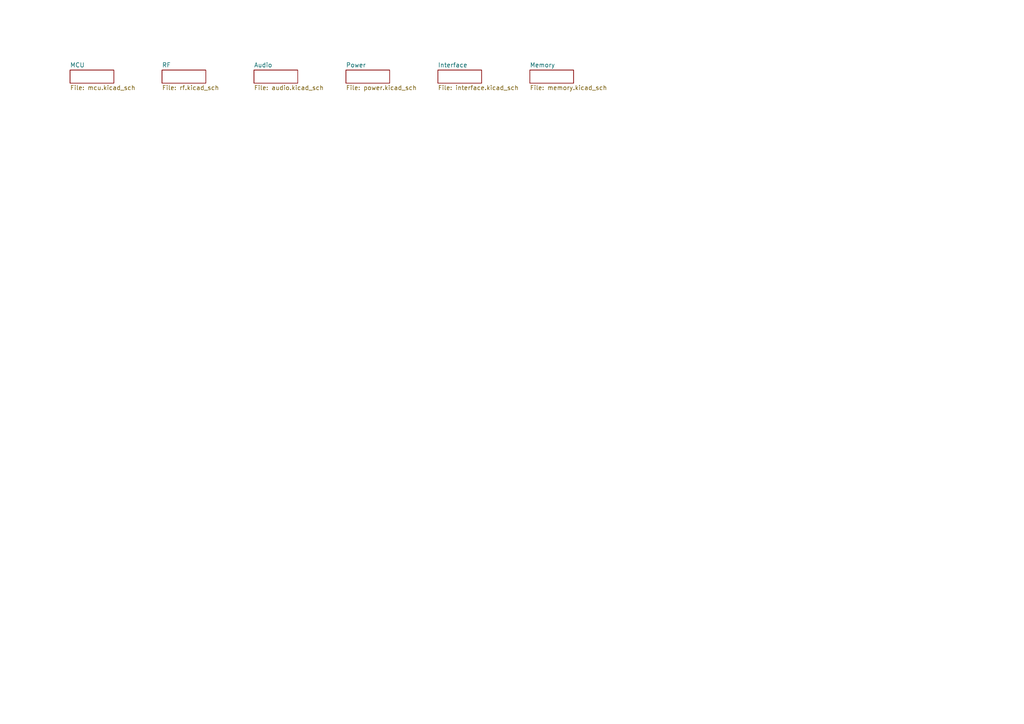
<source format=kicad_sch>
(kicad_sch (version 20211123) (generator eeschema)

  (uuid c89c6552-5574-4959-bcaf-f05dfde21961)

  (paper "A4")

  (title_block
    (title "Mini17 - QRP M17 handheld")
    (date "2022-07-25")
    (rev "A")
    (company "M17 Project")
  )

  (lib_symbols
  )


  (sheet (at 73.66 20.32) (size 12.7 3.81) (fields_autoplaced)
    (stroke (width 0.1524) (type solid) (color 0 0 0 0))
    (fill (color 0 0 0 0.0000))
    (uuid 1979e0c1-fbd2-4bd5-8ca6-afad457ad1a1)
    (property "Sheet name" "Audio" (id 0) (at 73.66 19.6084 0)
      (effects (font (size 1.27 1.27)) (justify left bottom))
    )
    (property "Sheet file" "audio.kicad_sch" (id 1) (at 73.66 24.7146 0)
      (effects (font (size 1.27 1.27)) (justify left top))
    )
  )

  (sheet (at 20.32 20.32) (size 12.7 3.81) (fields_autoplaced)
    (stroke (width 0.1524) (type solid) (color 0 0 0 0))
    (fill (color 0 0 0 0.0000))
    (uuid 6d43a1c1-46f0-4f1d-aad5-536070559a43)
    (property "Sheet name" "MCU" (id 0) (at 20.32 19.6084 0)
      (effects (font (size 1.27 1.27)) (justify left bottom))
    )
    (property "Sheet file" "mcu.kicad_sch" (id 1) (at 20.32 24.7146 0)
      (effects (font (size 1.27 1.27)) (justify left top))
    )
  )

  (sheet (at 100.33 20.32) (size 12.7 3.81) (fields_autoplaced)
    (stroke (width 0.1524) (type solid) (color 0 0 0 0))
    (fill (color 0 0 0 0.0000))
    (uuid 783e439c-d59f-49a9-9d7c-3d3038e86484)
    (property "Sheet name" "Power" (id 0) (at 100.33 19.6084 0)
      (effects (font (size 1.27 1.27)) (justify left bottom))
    )
    (property "Sheet file" "power.kicad_sch" (id 1) (at 100.33 24.7146 0)
      (effects (font (size 1.27 1.27)) (justify left top))
    )
  )

  (sheet (at 127 20.32) (size 12.7 3.81) (fields_autoplaced)
    (stroke (width 0.1524) (type solid) (color 0 0 0 0))
    (fill (color 0 0 0 0.0000))
    (uuid b6581e89-a414-4009-a0cf-0863542e0fb3)
    (property "Sheet name" "Interface" (id 0) (at 127 19.6084 0)
      (effects (font (size 1.27 1.27)) (justify left bottom))
    )
    (property "Sheet file" "interface.kicad_sch" (id 1) (at 127 24.7146 0)
      (effects (font (size 1.27 1.27)) (justify left top))
    )
  )

  (sheet (at 153.67 20.32) (size 12.7 3.81) (fields_autoplaced)
    (stroke (width 0.1524) (type solid) (color 0 0 0 0))
    (fill (color 0 0 0 0.0000))
    (uuid d43e502f-6417-4b14-8c38-2f1c3245a34a)
    (property "Sheet name" "Memory" (id 0) (at 153.67 19.6084 0)
      (effects (font (size 1.27 1.27)) (justify left bottom))
    )
    (property "Sheet file" "memory.kicad_sch" (id 1) (at 153.67 24.7146 0)
      (effects (font (size 1.27 1.27)) (justify left top))
    )
  )

  (sheet (at 46.99 20.32) (size 12.7 3.81) (fields_autoplaced)
    (stroke (width 0.1524) (type solid) (color 0 0 0 0))
    (fill (color 0 0 0 0.0000))
    (uuid f4521ef1-9a41-474d-b880-30e1e54c8ecb)
    (property "Sheet name" "RF" (id 0) (at 46.99 19.6084 0)
      (effects (font (size 1.27 1.27)) (justify left bottom))
    )
    (property "Sheet file" "rf.kicad_sch" (id 1) (at 46.99 24.7146 0)
      (effects (font (size 1.27 1.27)) (justify left top))
    )
  )

  (sheet_instances
    (path "/" (page "1"))
    (path "/6d43a1c1-46f0-4f1d-aad5-536070559a43" (page "2"))
    (path "/f4521ef1-9a41-474d-b880-30e1e54c8ecb" (page "3"))
    (path "/1979e0c1-fbd2-4bd5-8ca6-afad457ad1a1" (page "4"))
    (path "/783e439c-d59f-49a9-9d7c-3d3038e86484" (page "5"))
    (path "/b6581e89-a414-4009-a0cf-0863542e0fb3" (page "6"))
    (path "/d43e502f-6417-4b14-8c38-2f1c3245a34a" (page "7"))
  )

  (symbol_instances
    (path "/6d43a1c1-46f0-4f1d-aad5-536070559a43/14194147-97ca-4c8e-95d5-e4f608db1285"
      (reference "#PWR01") (unit 1) (value "GND") (footprint "")
    )
    (path "/6d43a1c1-46f0-4f1d-aad5-536070559a43/862eddca-ef98-4923-b560-eb0bbc930ead"
      (reference "#PWR02") (unit 1) (value "GND") (footprint "")
    )
    (path "/6d43a1c1-46f0-4f1d-aad5-536070559a43/25688d2f-3043-4ee8-a345-00a8b2338f9a"
      (reference "#PWR03") (unit 1) (value "GND") (footprint "")
    )
    (path "/6d43a1c1-46f0-4f1d-aad5-536070559a43/59738053-8bca-491a-b15a-9fafb6e8c77c"
      (reference "#PWR04") (unit 1) (value "GND") (footprint "")
    )
    (path "/6d43a1c1-46f0-4f1d-aad5-536070559a43/72bfa85b-7bc2-4fa5-96b5-90378377faaa"
      (reference "#PWR05") (unit 1) (value "GND") (footprint "")
    )
    (path "/6d43a1c1-46f0-4f1d-aad5-536070559a43/055e135f-5146-4e2a-92e2-6fb016a4cac5"
      (reference "#PWR06") (unit 1) (value "GND") (footprint "")
    )
    (path "/6d43a1c1-46f0-4f1d-aad5-536070559a43/c25efbdd-bef9-4d07-86b0-fb4870e3b4f7"
      (reference "#PWR07") (unit 1) (value "GND") (footprint "")
    )
    (path "/6d43a1c1-46f0-4f1d-aad5-536070559a43/79a35f98-0f9f-40fd-aaaf-6cfe53415dcb"
      (reference "#PWR08") (unit 1) (value "VDDA") (footprint "")
    )
    (path "/6d43a1c1-46f0-4f1d-aad5-536070559a43/dc1c2718-7b9c-42e2-aa73-66ee8bdd5b03"
      (reference "#PWR09") (unit 1) (value "GND") (footprint "")
    )
    (path "/6d43a1c1-46f0-4f1d-aad5-536070559a43/9e970952-ca4f-47fd-8dec-946b3d5b48d9"
      (reference "#PWR010") (unit 1) (value "RTC_BAT") (footprint "")
    )
    (path "/6d43a1c1-46f0-4f1d-aad5-536070559a43/a46722c7-4cb2-4c31-96e5-f957ebfcd5b8"
      (reference "#PWR011") (unit 1) (value "VDD") (footprint "")
    )
    (path "/6d43a1c1-46f0-4f1d-aad5-536070559a43/5734639f-72f8-4df1-8ef7-87a4db83524e"
      (reference "#PWR012") (unit 1) (value "VDDA") (footprint "")
    )
    (path "/f4521ef1-9a41-474d-b880-30e1e54c8ecb/3f58cd2e-f759-4927-83e8-d5b131dfcf54"
      (reference "#PWR013") (unit 1) (value "GND") (footprint "")
    )
    (path "/f4521ef1-9a41-474d-b880-30e1e54c8ecb/0b104ec2-93a3-491e-84af-d58bf020cde9"
      (reference "#PWR014") (unit 1) (value "GND") (footprint "")
    )
    (path "/f4521ef1-9a41-474d-b880-30e1e54c8ecb/a13e053a-0328-4a75-a675-3c04fa347fa9"
      (reference "#PWR015") (unit 1) (value "GND") (footprint "")
    )
    (path "/f4521ef1-9a41-474d-b880-30e1e54c8ecb/b749aec0-0a79-41df-b573-023ddace3f35"
      (reference "#PWR016") (unit 1) (value "GND") (footprint "")
    )
    (path "/f4521ef1-9a41-474d-b880-30e1e54c8ecb/d2c1c415-99e6-416f-af1b-58d4f18e7257"
      (reference "#PWR017") (unit 1) (value "GND") (footprint "")
    )
    (path "/f4521ef1-9a41-474d-b880-30e1e54c8ecb/f5c7171f-7c0e-49db-8319-8d702c3e95c9"
      (reference "#PWR018") (unit 1) (value "GND") (footprint "")
    )
    (path "/f4521ef1-9a41-474d-b880-30e1e54c8ecb/b6000bd5-ac6c-4ee8-ac0f-099d5942e3bd"
      (reference "#PWR019") (unit 1) (value "GND") (footprint "")
    )
    (path "/f4521ef1-9a41-474d-b880-30e1e54c8ecb/d4c89ae8-3ba1-430f-b375-05c7ee4bee50"
      (reference "#PWR020") (unit 1) (value "GND") (footprint "")
    )
    (path "/f4521ef1-9a41-474d-b880-30e1e54c8ecb/aa763c60-325a-4b85-a424-6c6eda8515d7"
      (reference "#PWR021") (unit 1) (value "GND") (footprint "")
    )
    (path "/f4521ef1-9a41-474d-b880-30e1e54c8ecb/ca535128-48d5-40ac-aaad-7f465b1ba9bb"
      (reference "#PWR022") (unit 1) (value "GND") (footprint "")
    )
    (path "/f4521ef1-9a41-474d-b880-30e1e54c8ecb/b87ce379-ca35-4d69-be27-eecf61addfa9"
      (reference "#PWR023") (unit 1) (value "VDD") (footprint "")
    )
    (path "/f4521ef1-9a41-474d-b880-30e1e54c8ecb/3f9f9e31-fe62-4e18-b794-9b6de58c9303"
      (reference "#PWR024") (unit 1) (value "GND") (footprint "")
    )
    (path "/f4521ef1-9a41-474d-b880-30e1e54c8ecb/f0f65818-e52f-4c91-b319-79f4ee1cfdef"
      (reference "#PWR025") (unit 1) (value "GND") (footprint "")
    )
    (path "/f4521ef1-9a41-474d-b880-30e1e54c8ecb/631a8c14-c385-402e-a441-8d3b796c9cde"
      (reference "#PWR026") (unit 1) (value "VDD") (footprint "")
    )
    (path "/f4521ef1-9a41-474d-b880-30e1e54c8ecb/cee95a07-3465-46f1-b4cc-4251180f6099"
      (reference "#PWR027") (unit 1) (value "VDD") (footprint "")
    )
    (path "/f4521ef1-9a41-474d-b880-30e1e54c8ecb/c6f05710-b65f-47a3-aee8-786eaa822023"
      (reference "#PWR028") (unit 1) (value "GND") (footprint "")
    )
    (path "/f4521ef1-9a41-474d-b880-30e1e54c8ecb/6dbe0734-3e6a-4970-afcf-6b8f9b007a73"
      (reference "#PWR029") (unit 1) (value "GND") (footprint "")
    )
    (path "/f4521ef1-9a41-474d-b880-30e1e54c8ecb/a284a862-9dff-4804-9942-a66642c38ca2"
      (reference "#PWR030") (unit 1) (value "GND") (footprint "")
    )
    (path "/f4521ef1-9a41-474d-b880-30e1e54c8ecb/a72e5997-e91a-4714-b6de-fd409834172e"
      (reference "#PWR031") (unit 1) (value "GND") (footprint "")
    )
    (path "/f4521ef1-9a41-474d-b880-30e1e54c8ecb/6df29dd5-178c-430f-9764-e2c911d43ddb"
      (reference "#PWR032") (unit 1) (value "GND") (footprint "")
    )
    (path "/f4521ef1-9a41-474d-b880-30e1e54c8ecb/86b123b6-8a76-4886-b835-620841d9dac6"
      (reference "#PWR033") (unit 1) (value "GND") (footprint "")
    )
    (path "/f4521ef1-9a41-474d-b880-30e1e54c8ecb/974e6ebc-47e4-4f96-afc5-ce1b5fa5612b"
      (reference "#PWR034") (unit 1) (value "GND") (footprint "")
    )
    (path "/f4521ef1-9a41-474d-b880-30e1e54c8ecb/2d8d393c-cbc6-4427-9671-c9018073aa6e"
      (reference "#PWR035") (unit 1) (value "GND") (footprint "")
    )
    (path "/f4521ef1-9a41-474d-b880-30e1e54c8ecb/672f2653-3d58-4108-bb36-96cb2e6d92b1"
      (reference "#PWR036") (unit 1) (value "GND") (footprint "")
    )
    (path "/f4521ef1-9a41-474d-b880-30e1e54c8ecb/572a6c1b-709b-4b4f-b9bd-0a6765dabe3c"
      (reference "#PWR037") (unit 1) (value "GND") (footprint "")
    )
    (path "/f4521ef1-9a41-474d-b880-30e1e54c8ecb/f809ef66-fa7b-409a-8329-37b9edecb6f7"
      (reference "#PWR038") (unit 1) (value "GND") (footprint "")
    )
    (path "/f4521ef1-9a41-474d-b880-30e1e54c8ecb/baf3ed48-ba40-4bc5-996a-f72d970b177f"
      (reference "#PWR039") (unit 1) (value "GND") (footprint "")
    )
    (path "/f4521ef1-9a41-474d-b880-30e1e54c8ecb/2a6d6d00-2d3e-4c1a-ac50-be446028ea1f"
      (reference "#PWR040") (unit 1) (value "GND") (footprint "")
    )
    (path "/1979e0c1-fbd2-4bd5-8ca6-afad457ad1a1/c9922c05-27ec-479f-8624-f9db6c167b4f"
      (reference "#PWR041") (unit 1) (value "GND") (footprint "")
    )
    (path "/1979e0c1-fbd2-4bd5-8ca6-afad457ad1a1/78473da6-6146-4488-a7d6-c5bd13194c0d"
      (reference "#PWR042") (unit 1) (value "GND") (footprint "")
    )
    (path "/1979e0c1-fbd2-4bd5-8ca6-afad457ad1a1/3e5c8b09-038c-4e0b-bca9-b25aba627328"
      (reference "#PWR043") (unit 1) (value "GND") (footprint "")
    )
    (path "/1979e0c1-fbd2-4bd5-8ca6-afad457ad1a1/0a542425-48d5-4bab-9a53-c085e643332a"
      (reference "#PWR044") (unit 1) (value "+5V") (footprint "")
    )
    (path "/1979e0c1-fbd2-4bd5-8ca6-afad457ad1a1/fc9b03b6-b19d-41ac-9b98-fe247a5e1479"
      (reference "#PWR045") (unit 1) (value "GND") (footprint "")
    )
    (path "/1979e0c1-fbd2-4bd5-8ca6-afad457ad1a1/b47ccc47-66b1-44c2-9f4f-50b589277493"
      (reference "#PWR046") (unit 1) (value "GND") (footprint "")
    )
    (path "/1979e0c1-fbd2-4bd5-8ca6-afad457ad1a1/56ba12fc-7a67-41fd-832a-89eeea1cbd1d"
      (reference "#PWR047") (unit 1) (value "+5V") (footprint "")
    )
    (path "/1979e0c1-fbd2-4bd5-8ca6-afad457ad1a1/5dc05c55-1e95-4341-90cd-d76a74fe9cdf"
      (reference "#PWR048") (unit 1) (value "GND") (footprint "")
    )
    (path "/783e439c-d59f-49a9-9d7c-3d3038e86484/93e7c2dd-d08b-4a9e-8389-4fd0c559d9c1"
      (reference "#PWR049") (unit 1) (value "VDD") (footprint "")
    )
    (path "/783e439c-d59f-49a9-9d7c-3d3038e86484/26d3c849-e42c-4772-a390-a9f1068f0aa6"
      (reference "#PWR050") (unit 1) (value "GND") (footprint "")
    )
    (path "/783e439c-d59f-49a9-9d7c-3d3038e86484/d569c716-c66a-4d28-b75c-9486243fb845"
      (reference "#PWR051") (unit 1) (value "GND") (footprint "")
    )
    (path "/783e439c-d59f-49a9-9d7c-3d3038e86484/0bcb1c1c-5c2c-4960-b051-ee013e40d3d9"
      (reference "#PWR052") (unit 1) (value "MAIN_BAT") (footprint "")
    )
    (path "/783e439c-d59f-49a9-9d7c-3d3038e86484/13cf0cba-1228-483b-9d3c-a785d81d03c1"
      (reference "#PWR053") (unit 1) (value "GND") (footprint "")
    )
    (path "/783e439c-d59f-49a9-9d7c-3d3038e86484/8e41f5da-da1a-4aa7-a10f-8aefff1ce9a9"
      (reference "#PWR054") (unit 1) (value "GND") (footprint "")
    )
    (path "/783e439c-d59f-49a9-9d7c-3d3038e86484/da1750f1-4bd6-46d8-b1c9-4d9724a737be"
      (reference "#PWR055") (unit 1) (value "GND") (footprint "")
    )
    (path "/783e439c-d59f-49a9-9d7c-3d3038e86484/5adfe736-fa72-4dde-8a3d-d5fae93ab583"
      (reference "#PWR056") (unit 1) (value "GND") (footprint "")
    )
    (path "/783e439c-d59f-49a9-9d7c-3d3038e86484/134dd23b-0960-4517-a535-d767fb83fab5"
      (reference "#PWR057") (unit 1) (value "GND") (footprint "")
    )
    (path "/783e439c-d59f-49a9-9d7c-3d3038e86484/8921d6c9-5bef-4073-a5b8-7f4bacb4784c"
      (reference "#PWR058") (unit 1) (value "GND") (footprint "")
    )
    (path "/783e439c-d59f-49a9-9d7c-3d3038e86484/31224896-51f9-4e1a-826f-a681c4bf945b"
      (reference "#PWR059") (unit 1) (value "GND") (footprint "")
    )
    (path "/783e439c-d59f-49a9-9d7c-3d3038e86484/fb1f2d67-183b-4056-a601-5c76542e88e0"
      (reference "#PWR060") (unit 1) (value "GND") (footprint "")
    )
    (path "/783e439c-d59f-49a9-9d7c-3d3038e86484/29ca5382-6599-4ff5-9fe9-9d8496a1be6d"
      (reference "#PWR061") (unit 1) (value "GND") (footprint "")
    )
    (path "/783e439c-d59f-49a9-9d7c-3d3038e86484/eb95d223-0e75-4bcf-9d3d-d4a2e02acc6a"
      (reference "#PWR062") (unit 1) (value "GND") (footprint "")
    )
    (path "/783e439c-d59f-49a9-9d7c-3d3038e86484/1cd0fada-1622-404d-a501-3e87c148b541"
      (reference "#PWR063") (unit 1) (value "GND") (footprint "")
    )
    (path "/783e439c-d59f-49a9-9d7c-3d3038e86484/fa55f35a-1b8b-47a9-beb3-955e947e57d6"
      (reference "#PWR064") (unit 1) (value "VDD") (footprint "")
    )
    (path "/783e439c-d59f-49a9-9d7c-3d3038e86484/32764c82-1761-487c-904c-7a585e4a9f49"
      (reference "#PWR065") (unit 1) (value "GND") (footprint "")
    )
    (path "/783e439c-d59f-49a9-9d7c-3d3038e86484/1824a634-664e-4620-9a5d-1d125faf9006"
      (reference "#PWR066") (unit 1) (value "GND") (footprint "")
    )
    (path "/783e439c-d59f-49a9-9d7c-3d3038e86484/e501b4b9-a79d-452d-8241-2575b6772ecc"
      (reference "#PWR067") (unit 1) (value "GND") (footprint "")
    )
    (path "/783e439c-d59f-49a9-9d7c-3d3038e86484/b343e20a-fc79-4502-8d7b-8067d9601ef9"
      (reference "#PWR068") (unit 1) (value "GND") (footprint "")
    )
    (path "/783e439c-d59f-49a9-9d7c-3d3038e86484/1f7c056d-e623-42bd-b7d3-c03dd1eabb59"
      (reference "#PWR069") (unit 1) (value "GND") (footprint "")
    )
    (path "/783e439c-d59f-49a9-9d7c-3d3038e86484/8a05e384-04fe-4c57-a860-c328c51fdfd3"
      (reference "#PWR070") (unit 1) (value "GND") (footprint "")
    )
    (path "/783e439c-d59f-49a9-9d7c-3d3038e86484/efaa448d-912c-4934-a0fb-d7e90e77cc0a"
      (reference "#PWR071") (unit 1) (value "GND") (footprint "")
    )
    (path "/783e439c-d59f-49a9-9d7c-3d3038e86484/aaff0871-86a0-4421-a1a6-5395d12d2660"
      (reference "#PWR072") (unit 1) (value "VDDA") (footprint "")
    )
    (path "/783e439c-d59f-49a9-9d7c-3d3038e86484/f5227453-e318-4338-992d-a3885646aa42"
      (reference "#PWR073") (unit 1) (value "GND") (footprint "")
    )
    (path "/783e439c-d59f-49a9-9d7c-3d3038e86484/d39bacfb-19ac-4095-b8db-b7e58d4cd16c"
      (reference "#PWR074") (unit 1) (value "GND") (footprint "")
    )
    (path "/783e439c-d59f-49a9-9d7c-3d3038e86484/fada32fe-697d-4810-abd2-1ed88836a397"
      (reference "#PWR075") (unit 1) (value "+5V") (footprint "")
    )
    (path "/783e439c-d59f-49a9-9d7c-3d3038e86484/61091cc3-4149-41d7-9771-940fb0c6bffa"
      (reference "#PWR076") (unit 1) (value "GND") (footprint "")
    )
    (path "/783e439c-d59f-49a9-9d7c-3d3038e86484/7b49d309-e828-4024-9802-db48df00c8ed"
      (reference "#PWR077") (unit 1) (value "GND") (footprint "")
    )
    (path "/783e439c-d59f-49a9-9d7c-3d3038e86484/9862276b-187b-4546-8c2a-49e983f0d1d9"
      (reference "#PWR078") (unit 1) (value "+5V") (footprint "")
    )
    (path "/783e439c-d59f-49a9-9d7c-3d3038e86484/1fea36bc-c33d-4d80-bd75-dc93ebe6ae70"
      (reference "#PWR079") (unit 1) (value "GND") (footprint "")
    )
    (path "/783e439c-d59f-49a9-9d7c-3d3038e86484/b6c043ea-a285-47e9-8e43-8ef0f904db1a"
      (reference "#PWR080") (unit 1) (value "VDDA") (footprint "")
    )
    (path "/783e439c-d59f-49a9-9d7c-3d3038e86484/0f8a5718-748d-4110-8ce3-608d664f8031"
      (reference "#PWR081") (unit 1) (value "GND") (footprint "")
    )
    (path "/783e439c-d59f-49a9-9d7c-3d3038e86484/a1db5b38-8aa5-44f1-b977-4fe89e5d4174"
      (reference "#PWR082") (unit 1) (value "GND") (footprint "")
    )
    (path "/783e439c-d59f-49a9-9d7c-3d3038e86484/15648972-527a-4f64-859d-38966127a1fb"
      (reference "#PWR083") (unit 1) (value "GND") (footprint "")
    )
    (path "/783e439c-d59f-49a9-9d7c-3d3038e86484/a7090bf6-77d3-46a1-a655-f7b19d137e53"
      (reference "#PWR084") (unit 1) (value "RTC_BAT") (footprint "")
    )
    (path "/783e439c-d59f-49a9-9d7c-3d3038e86484/e3e53590-c522-4010-b039-12a8ac7ba103"
      (reference "#PWR085") (unit 1) (value "GND") (footprint "")
    )
    (path "/783e439c-d59f-49a9-9d7c-3d3038e86484/29d9aec9-0079-4d74-87d4-1402f8584ea5"
      (reference "#PWR086") (unit 1) (value "GND") (footprint "")
    )
    (path "/783e439c-d59f-49a9-9d7c-3d3038e86484/499b9fa0-5e72-4bb4-b721-f600f710e53e"
      (reference "#PWR087") (unit 1) (value "GND") (footprint "")
    )
    (path "/783e439c-d59f-49a9-9d7c-3d3038e86484/a94c62d3-1c31-4177-ab25-5f6612f913e2"
      (reference "#PWR088") (unit 1) (value "VDD") (footprint "")
    )
    (path "/783e439c-d59f-49a9-9d7c-3d3038e86484/af171a87-5724-4e48-981e-54a24bec5b73"
      (reference "#PWR089") (unit 1) (value "+5V") (footprint "")
    )
    (path "/783e439c-d59f-49a9-9d7c-3d3038e86484/7806dca2-809c-4834-861e-94bde64566ae"
      (reference "#PWR090") (unit 1) (value "VDD") (footprint "")
    )
    (path "/783e439c-d59f-49a9-9d7c-3d3038e86484/a4ff444b-863f-412d-b23d-9f26e21ded6c"
      (reference "#PWR091") (unit 1) (value "GND") (footprint "")
    )
    (path "/783e439c-d59f-49a9-9d7c-3d3038e86484/eb790bd2-6636-4319-a3c2-3b90999eef57"
      (reference "#PWR092") (unit 1) (value "VDD") (footprint "")
    )
    (path "/783e439c-d59f-49a9-9d7c-3d3038e86484/2e601225-846f-4458-85e6-b264f4f3dbb1"
      (reference "#PWR093") (unit 1) (value "GND") (footprint "")
    )
    (path "/783e439c-d59f-49a9-9d7c-3d3038e86484/5433562e-3ae6-419b-b5ef-d08e06d2ea95"
      (reference "#PWR094") (unit 1) (value "MAIN_BAT") (footprint "")
    )
    (path "/783e439c-d59f-49a9-9d7c-3d3038e86484/fc499872-e006-43f8-8f0d-f2d0ad477fc6"
      (reference "#PWR095") (unit 1) (value "GND") (footprint "")
    )
    (path "/b6581e89-a414-4009-a0cf-0863542e0fb3/8d5c768f-dfb6-40f6-8546-9f96f7adadb3"
      (reference "#PWR096") (unit 1) (value "GND") (footprint "")
    )
    (path "/b6581e89-a414-4009-a0cf-0863542e0fb3/572e6ad9-ae0d-4c90-8da1-5b91f8b180f5"
      (reference "#PWR097") (unit 1) (value "GND") (footprint "")
    )
    (path "/b6581e89-a414-4009-a0cf-0863542e0fb3/b55edaac-acc7-4821-97cf-00141881a062"
      (reference "#PWR098") (unit 1) (value "VDD") (footprint "")
    )
    (path "/b6581e89-a414-4009-a0cf-0863542e0fb3/8a66fa5c-e6a3-40f1-a589-2967c0e51164"
      (reference "#PWR099") (unit 1) (value "GND") (footprint "")
    )
    (path "/b6581e89-a414-4009-a0cf-0863542e0fb3/c5f1d764-d039-4e13-9eeb-3c49c043e79f"
      (reference "#PWR0100") (unit 1) (value "GND") (footprint "")
    )
    (path "/b6581e89-a414-4009-a0cf-0863542e0fb3/97f40019-46ea-4a99-a826-4204a6f138bc"
      (reference "#PWR0101") (unit 1) (value "+5V") (footprint "")
    )
    (path "/b6581e89-a414-4009-a0cf-0863542e0fb3/321f4e5d-c696-441d-bb66-e71d80cb7c6a"
      (reference "#PWR0102") (unit 1) (value "GND") (footprint "")
    )
    (path "/b6581e89-a414-4009-a0cf-0863542e0fb3/2c12e165-8949-4cf5-b4b0-acc6e43ab859"
      (reference "#PWR0103") (unit 1) (value "+5V") (footprint "")
    )
    (path "/b6581e89-a414-4009-a0cf-0863542e0fb3/a0d2b3f0-53a1-42d4-82c0-3881d93a8dd4"
      (reference "#PWR0104") (unit 1) (value "VDD") (footprint "")
    )
    (path "/b6581e89-a414-4009-a0cf-0863542e0fb3/0a99226d-1a40-4203-96b8-799325151749"
      (reference "#PWR0105") (unit 1) (value "VDD") (footprint "")
    )
    (path "/b6581e89-a414-4009-a0cf-0863542e0fb3/dd090c7d-5370-472a-bd63-1431c2f9b8c8"
      (reference "#PWR0106") (unit 1) (value "GND") (footprint "")
    )
    (path "/b6581e89-a414-4009-a0cf-0863542e0fb3/97432d36-95e3-458e-9565-d14b23a38edf"
      (reference "#PWR0107") (unit 1) (value "VDD") (footprint "")
    )
    (path "/b6581e89-a414-4009-a0cf-0863542e0fb3/8b6215db-0152-464f-adc6-a5be3bd6b241"
      (reference "#PWR0108") (unit 1) (value "GND") (footprint "")
    )
    (path "/b6581e89-a414-4009-a0cf-0863542e0fb3/93abdc8f-60f2-4cbd-b015-5c7904dd4d6a"
      (reference "#PWR0109") (unit 1) (value "GND") (footprint "")
    )
    (path "/d43e502f-6417-4b14-8c38-2f1c3245a34a/3f7e85bb-cc21-4084-968b-6e69ee9a167d"
      (reference "#PWR0110") (unit 1) (value "VDD") (footprint "")
    )
    (path "/d43e502f-6417-4b14-8c38-2f1c3245a34a/fcc52589-1302-4ed0-969f-6b8933a12f9b"
      (reference "#PWR0111") (unit 1) (value "GND") (footprint "")
    )
    (path "/d43e502f-6417-4b14-8c38-2f1c3245a34a/5132f987-2f86-4fa4-bdc9-3c3ecd4f0348"
      (reference "#PWR0112") (unit 1) (value "VDD") (footprint "")
    )
    (path "/d43e502f-6417-4b14-8c38-2f1c3245a34a/48828fcd-9685-43f2-ad7c-3e7d4c6be57d"
      (reference "#PWR0113") (unit 1) (value "GND") (footprint "")
    )
    (path "/d43e502f-6417-4b14-8c38-2f1c3245a34a/11cc635a-6a72-4864-b29f-4d07f1c0567d"
      (reference "#PWR0114") (unit 1) (value "VDD") (footprint "")
    )
    (path "/d43e502f-6417-4b14-8c38-2f1c3245a34a/0664d076-da05-4f8e-9259-f07c7e349dac"
      (reference "#PWR0115") (unit 1) (value "GND") (footprint "")
    )
    (path "/d43e502f-6417-4b14-8c38-2f1c3245a34a/751fe4fb-26b9-4843-8ea6-0a220dc37e71"
      (reference "#PWR0116") (unit 1) (value "GND") (footprint "")
    )
    (path "/b6581e89-a414-4009-a0cf-0863542e0fb3/91e6d1ed-ea39-4816-84bf-fc8d500ea956"
      (reference "#PWR?") (unit 1) (value "GND") (footprint "")
    )
    (path "/b6581e89-a414-4009-a0cf-0863542e0fb3/e6ee9610-bfc0-4869-aa0c-d9ea91abeea1"
      (reference "#PWR?") (unit 1) (value "VDD") (footprint "")
    )
    (path "/783e439c-d59f-49a9-9d7c-3d3038e86484/1a03a136-8ce6-4034-95ce-b5669a2f56cc"
      (reference "BT1") (unit 1) (value "Coin") (footprint "Battery:BatteryHolder_Keystone_3000_1x12mm")
    )
    (path "/6d43a1c1-46f0-4f1d-aad5-536070559a43/93a0ce5b-2444-451d-a2ea-d811d5ebca16"
      (reference "C1") (unit 1) (value "12p") (footprint "pkl_dipol:C_0603")
    )
    (path "/6d43a1c1-46f0-4f1d-aad5-536070559a43/6e9a89bc-e427-4031-b82a-13d0cde73719"
      (reference "C2") (unit 1) (value "12p") (footprint "pkl_dipol:C_0603")
    )
    (path "/6d43a1c1-46f0-4f1d-aad5-536070559a43/f01e5ef1-de56-4fc1-9b9c-739455a02cc4"
      (reference "C3") (unit 1) (value "12p") (footprint "Capacitor_SMD:C_0402_1005Metric")
    )
    (path "/6d43a1c1-46f0-4f1d-aad5-536070559a43/a6bb9992-3539-483e-96bd-667cd1131f40"
      (reference "C4") (unit 1) (value "12p") (footprint "Capacitor_SMD:C_0402_1005Metric")
    )
    (path "/6d43a1c1-46f0-4f1d-aad5-536070559a43/6ce26277-0375-4715-9cc5-aa2c7664a98e"
      (reference "C5") (unit 1) (value "2u2") (footprint "Capacitor_SMD:C_0402_1005Metric")
    )
    (path "/6d43a1c1-46f0-4f1d-aad5-536070559a43/b601e6bf-574d-433c-9c7a-9993939b57c8"
      (reference "C6") (unit 1) (value "2u2") (footprint "Capacitor_SMD:C_0402_1005Metric")
    )
    (path "/f4521ef1-9a41-474d-b880-30e1e54c8ecb/f1c5b14f-b093-4834-85c7-e629cf31e57c"
      (reference "C7") (unit 1) (value "12p") (footprint "Capacitor_SMD:C_0402_1005Metric")
    )
    (path "/f4521ef1-9a41-474d-b880-30e1e54c8ecb/9e0b78ce-7eda-4f11-a937-067ade52d97a"
      (reference "C8") (unit 1) (value "12p") (footprint "Capacitor_SMD:C_0402_1005Metric")
    )
    (path "/f4521ef1-9a41-474d-b880-30e1e54c8ecb/c19b4984-cf30-49d8-8ce2-aa5307861f7a"
      (reference "C9") (unit 1) (value "5.1p") (footprint "Capacitor_SMD:C_0402_1005Metric")
    )
    (path "/f4521ef1-9a41-474d-b880-30e1e54c8ecb/a41768d7-ce61-4407-b3f0-1eb7e0a3ca3f"
      (reference "C10") (unit 1) (value "5.1p") (footprint "Capacitor_SMD:C_0402_1005Metric")
    )
    (path "/f4521ef1-9a41-474d-b880-30e1e54c8ecb/e0885f55-06ac-4552-abf2-f87721b48b28"
      (reference "C11") (unit 1) (value "39p") (footprint "Capacitor_SMD:C_0402_1005Metric")
    )
    (path "/f4521ef1-9a41-474d-b880-30e1e54c8ecb/b8c4152b-d6f3-4f7a-ba92-ff914c6e5a3c"
      (reference "C12") (unit 1) (value "1.5n") (footprint "Capacitor_SMD:C_0402_1005Metric")
    )
    (path "/f4521ef1-9a41-474d-b880-30e1e54c8ecb/939448e7-3376-4c85-8ceb-698c015c8f56"
      (reference "C13") (unit 1) (value "2.2p") (footprint "Capacitor_SMD:C_0402_1005Metric")
    )
    (path "/f4521ef1-9a41-474d-b880-30e1e54c8ecb/8202e5c4-27a2-4a9f-ac85-f22ba03cf862"
      (reference "C14") (unit 1) (value "56p") (footprint "Capacitor_SMD:C_0402_1005Metric")
    )
    (path "/f4521ef1-9a41-474d-b880-30e1e54c8ecb/3d45519a-86a8-477b-ae7f-76d0800f92b6"
      (reference "C15") (unit 1) (value "5.1p") (footprint "Capacitor_SMD:C_0402_1005Metric")
    )
    (path "/f4521ef1-9a41-474d-b880-30e1e54c8ecb/a91a57ad-955a-44e8-8db8-e0b482a0c98b"
      (reference "C16") (unit 1) (value "10n") (footprint "Capacitor_SMD:C_0402_1005Metric")
    )
    (path "/f4521ef1-9a41-474d-b880-30e1e54c8ecb/097f212f-c050-45d3-bb3a-4fa6444b6393"
      (reference "C17") (unit 1) (value "6.2p") (footprint "Capacitor_SMD:C_0402_1005Metric")
    )
    (path "/f4521ef1-9a41-474d-b880-30e1e54c8ecb/f22ed4b2-74a4-45da-a4e8-fda998772e32"
      (reference "C18") (unit 1) (value "100p") (footprint "Capacitor_SMD:C_0402_1005Metric")
    )
    (path "/f4521ef1-9a41-474d-b880-30e1e54c8ecb/e090d119-4876-4b45-ad3a-3a7d77940bed"
      (reference "C19") (unit 1) (value "47n") (footprint "Capacitor_SMD:C_0402_1005Metric")
    )
    (path "/f4521ef1-9a41-474d-b880-30e1e54c8ecb/2718addc-eb79-4be5-adb0-c564c673b96d"
      (reference "C20") (unit 1) (value "47n") (footprint "Capacitor_SMD:C_0402_1005Metric")
    )
    (path "/f4521ef1-9a41-474d-b880-30e1e54c8ecb/cf3df5eb-d6f8-4da5-a181-64f98abe2fe6"
      (reference "C21") (unit 1) (value "47n") (footprint "Capacitor_SMD:C_0402_1005Metric")
    )
    (path "/f4521ef1-9a41-474d-b880-30e1e54c8ecb/b76a89a1-9245-49a2-ad26-1d59a741d972"
      (reference "C22") (unit 1) (value "47n") (footprint "Capacitor_SMD:C_0402_1005Metric")
    )
    (path "/f4521ef1-9a41-474d-b880-30e1e54c8ecb/9148129d-f334-485d-90d1-04b93d017b0e"
      (reference "C23") (unit 1) (value "47n") (footprint "Capacitor_SMD:C_0402_1005Metric")
    )
    (path "/f4521ef1-9a41-474d-b880-30e1e54c8ecb/8e3ee5fe-884d-458c-abb4-5af5831473aa"
      (reference "C24") (unit 1) (value "10n") (footprint "Capacitor_SMD:C_0402_1005Metric")
    )
    (path "/f4521ef1-9a41-474d-b880-30e1e54c8ecb/949ed4a5-5be1-4b79-ba4c-0da1206ba19e"
      (reference "C25") (unit 1) (value "47n") (footprint "Capacitor_SMD:C_0402_1005Metric")
    )
    (path "/f4521ef1-9a41-474d-b880-30e1e54c8ecb/19103d6a-5a54-409d-b29a-210b655ba825"
      (reference "C26") (unit 1) (value "220n") (footprint "Capacitor_SMD:C_0402_1005Metric")
    )
    (path "/f4521ef1-9a41-474d-b880-30e1e54c8ecb/fddf101b-6697-4f6b-82bb-bfdb4adbba2a"
      (reference "C27") (unit 1) (value "47n") (footprint "Capacitor_SMD:C_0402_1005Metric")
    )
    (path "/f4521ef1-9a41-474d-b880-30e1e54c8ecb/a97cf90d-f41d-4c5b-b313-538056d68ab7"
      (reference "C28") (unit 1) (value "47n") (footprint "Capacitor_SMD:C_0402_1005Metric")
    )
    (path "/f4521ef1-9a41-474d-b880-30e1e54c8ecb/b1d0baef-b84f-4cee-8ec3-82891c7b38b7"
      (reference "C29") (unit 1) (value "47n") (footprint "Capacitor_SMD:C_0402_1005Metric")
    )
    (path "/f4521ef1-9a41-474d-b880-30e1e54c8ecb/3299c0dd-bf33-49cf-b777-2dcbcfdb14cb"
      (reference "C30") (unit 1) (value "47n") (footprint "Capacitor_SMD:C_0402_1005Metric")
    )
    (path "/f4521ef1-9a41-474d-b880-30e1e54c8ecb/a6a90746-de1b-4734-abda-55c6e2d05f3b"
      (reference "C31") (unit 1) (value "47n") (footprint "Capacitor_SMD:C_0402_1005Metric")
    )
    (path "/1979e0c1-fbd2-4bd5-8ca6-afad457ad1a1/07ba1d0b-4e62-434c-99ad-a216dddd6852"
      (reference "C32") (unit 1) (value "1n") (footprint "Capacitor_SMD:C_0402_1005Metric")
    )
    (path "/1979e0c1-fbd2-4bd5-8ca6-afad457ad1a1/158dad73-ca76-44d2-99a6-ce4ecea10e8a"
      (reference "C33") (unit 1) (value "220n") (footprint "Capacitor_SMD:C_0402_1005Metric")
    )
    (path "/1979e0c1-fbd2-4bd5-8ca6-afad457ad1a1/087ca84d-48d8-4626-a82b-e7fb6f4efefb"
      (reference "C34") (unit 1) (value "100n") (footprint "Capacitor_SMD:C_0402_1005Metric")
    )
    (path "/1979e0c1-fbd2-4bd5-8ca6-afad457ad1a1/1e579a07-9162-41dd-95fe-179ceae184aa"
      (reference "C35") (unit 1) (value "15p") (footprint "Capacitor_SMD:C_0402_1005Metric")
    )
    (path "/1979e0c1-fbd2-4bd5-8ca6-afad457ad1a1/180c0b77-07cd-4508-a901-75caee0c2477"
      (reference "C36") (unit 1) (value "100n") (footprint "Capacitor_SMD:C_0402_1005Metric")
    )
    (path "/1979e0c1-fbd2-4bd5-8ca6-afad457ad1a1/03e02386-f901-43c2-aaae-3f73f9374824"
      (reference "C37") (unit 1) (value "100n") (footprint "Capacitor_SMD:C_0402_1005Metric")
    )
    (path "/1979e0c1-fbd2-4bd5-8ca6-afad457ad1a1/86202ddc-d892-4b47-9d61-d134a6494443"
      (reference "C38") (unit 1) (value "100u{slash}6.3V") (footprint "Capacitor_SMD:C_1206_3216Metric")
    )
    (path "/783e439c-d59f-49a9-9d7c-3d3038e86484/f5b19c0b-78d6-4018-af8d-b775dc191e3e"
      (reference "C39") (unit 1) (value "100nF") (footprint "Capacitor_SMD:C_0402_1005Metric")
    )
    (path "/783e439c-d59f-49a9-9d7c-3d3038e86484/50404fe9-bd4d-4fae-bb41-48e020ecdd8f"
      (reference "C40") (unit 1) (value "100nF") (footprint "Capacitor_SMD:C_0402_1005Metric")
    )
    (path "/783e439c-d59f-49a9-9d7c-3d3038e86484/682fabec-f652-4226-876b-0985147d9b94"
      (reference "C41") (unit 1) (value "100nF") (footprint "Capacitor_SMD:C_0402_1005Metric")
    )
    (path "/783e439c-d59f-49a9-9d7c-3d3038e86484/49b6612b-9155-425f-860c-608586ba66c0"
      (reference "C42") (unit 1) (value "100nF") (footprint "Capacitor_SMD:C_0402_1005Metric")
    )
    (path "/783e439c-d59f-49a9-9d7c-3d3038e86484/4a6ba7c5-75f3-4f02-88eb-4aa62ab920ad"
      (reference "C43") (unit 1) (value "100nF") (footprint "Capacitor_SMD:C_0402_1005Metric")
    )
    (path "/783e439c-d59f-49a9-9d7c-3d3038e86484/0a1b217d-d117-40b7-8294-02a5b48efebe"
      (reference "C44") (unit 1) (value "100nF") (footprint "Capacitor_SMD:C_0402_1005Metric")
    )
    (path "/783e439c-d59f-49a9-9d7c-3d3038e86484/b2e5d569-3a6f-4c91-83ee-dcc2f6e9df7d"
      (reference "C45") (unit 1) (value "10n") (footprint "Capacitor_SMD:C_0402_1005Metric")
    )
    (path "/783e439c-d59f-49a9-9d7c-3d3038e86484/490b9b1b-7706-4cfb-b99b-0724d775224d"
      (reference "C46") (unit 1) (value "100nF") (footprint "Capacitor_SMD:C_0402_1005Metric")
    )
    (path "/783e439c-d59f-49a9-9d7c-3d3038e86484/9b90e61c-2be4-48f3-b047-5714363e6513"
      (reference "C47") (unit 1) (value "10u") (footprint "Capacitor_SMD:C_0603_1608Metric")
    )
    (path "/783e439c-d59f-49a9-9d7c-3d3038e86484/7995ae02-fca1-4322-8b21-439f7596f3c4"
      (reference "C48") (unit 1) (value "100nF") (footprint "Capacitor_SMD:C_0402_1005Metric")
    )
    (path "/783e439c-d59f-49a9-9d7c-3d3038e86484/d905d473-d323-43ed-be54-7d3268b80b32"
      (reference "C49") (unit 1) (value "100nF") (footprint "Capacitor_SMD:C_0402_1005Metric")
    )
    (path "/783e439c-d59f-49a9-9d7c-3d3038e86484/94d39c8a-a0c3-465d-93fb-6a4c51db7292"
      (reference "C50") (unit 1) (value "100nF") (footprint "Capacitor_SMD:C_0402_1005Metric")
    )
    (path "/783e439c-d59f-49a9-9d7c-3d3038e86484/99001470-47d3-436c-ae5d-a6dbde80b1b0"
      (reference "C51") (unit 1) (value "100n") (footprint "Capacitor_SMD:C_0402_1005Metric")
    )
    (path "/783e439c-d59f-49a9-9d7c-3d3038e86484/5d360053-1506-4765-a8b1-3e2255134d2f"
      (reference "C52") (unit 1) (value "100nF") (footprint "Capacitor_SMD:C_0402_1005Metric")
    )
    (path "/783e439c-d59f-49a9-9d7c-3d3038e86484/12c01fa4-6044-4230-9b98-3cc65e9bedca"
      (reference "C53") (unit 1) (value "1u") (footprint "Capacitor_SMD:C_0402_1005Metric")
    )
    (path "/783e439c-d59f-49a9-9d7c-3d3038e86484/b98a29de-9431-4c9d-bfe5-7c2d9534e155"
      (reference "C54") (unit 1) (value "100nF") (footprint "Capacitor_SMD:C_0402_1005Metric")
    )
    (path "/783e439c-d59f-49a9-9d7c-3d3038e86484/5c173626-e2c8-4e61-8468-b0eb390a49de"
      (reference "C55") (unit 1) (value "100n") (footprint "Capacitor_SMD:C_0402_1005Metric")
    )
    (path "/783e439c-d59f-49a9-9d7c-3d3038e86484/6eddf285-5209-4c93-9c7b-a7012e1fff5b"
      (reference "C56") (unit 1) (value "22u") (footprint "Capacitor_SMD:C_1210_3225Metric")
    )
    (path "/783e439c-d59f-49a9-9d7c-3d3038e86484/395d8e59-1c36-4d6d-a106-4ba98cf8a6b3"
      (reference "C57") (unit 1) (value "10u") (footprint "Capacitor_Tantalum_SMD:CP_EIA-3216-18_Kemet-A")
    )
    (path "/783e439c-d59f-49a9-9d7c-3d3038e86484/512d6ba4-8fda-461f-af94-536f946cb485"
      (reference "C58") (unit 1) (value "10nF") (footprint "Capacitor_SMD:C_0402_1005Metric")
    )
    (path "/783e439c-d59f-49a9-9d7c-3d3038e86484/0648f799-26cb-4d04-9d9e-1dad75c2b3cf"
      (reference "C59") (unit 1) (value "100n") (footprint "Capacitor_SMD:C_0402_1005Metric")
    )
    (path "/783e439c-d59f-49a9-9d7c-3d3038e86484/0aa6c26c-78e1-42eb-b5d3-633dcc5dc410"
      (reference "C60") (unit 1) (value "100n") (footprint "pkl_dipol:C_0603")
    )
    (path "/783e439c-d59f-49a9-9d7c-3d3038e86484/c9acda52-1d01-4f5a-82d3-99204089a078"
      (reference "C61") (unit 1) (value "100n") (footprint "Capacitor_SMD:C_0402_1005Metric")
    )
    (path "/783e439c-d59f-49a9-9d7c-3d3038e86484/4cd77778-1acd-422f-a034-7a72a6ab045e"
      (reference "C62") (unit 1) (value "1u") (footprint "Capacitor_SMD:C_0402_1005Metric")
    )
    (path "/b6581e89-a414-4009-a0cf-0863542e0fb3/2d021669-ba3d-48fa-8f8a-f31a202a08a7"
      (reference "C63") (unit 1) (value "100nF") (footprint "Capacitor_SMD:C_0402_1005Metric")
    )
    (path "/d43e502f-6417-4b14-8c38-2f1c3245a34a/7efdb7b9-eea0-4d67-84c3-76b248a724a8"
      (reference "C64") (unit 1) (value "100n") (footprint "Capacitor_SMD:C_0402_1005Metric")
    )
    (path "/d43e502f-6417-4b14-8c38-2f1c3245a34a/bd5ad9ab-fb1d-428e-ba7f-97b127098fec"
      (reference "C65") (unit 1) (value "47u") (footprint "pkl_dipol:C_0603")
    )
    (path "/783e439c-d59f-49a9-9d7c-3d3038e86484/015103a2-36e4-4e84-9b1b-0df8967872bc"
      (reference "D1") (unit 1) (value "DFLT18A-7 ") (footprint "Diode_SMD:D_SOD-128")
    )
    (path "/783e439c-d59f-49a9-9d7c-3d3038e86484/e13b0916-b4c6-4740-a649-18a61dfb6e0b"
      (reference "D2") (unit 1) (value "BAT60A") (footprint "Diode_SMD:D_SOD-323")
    )
    (path "/783e439c-d59f-49a9-9d7c-3d3038e86484/b5287748-577c-45f2-8d35-b269106fefb4"
      (reference "D3") (unit 1) (value "3v3") (footprint "Diode_SMD:D_SOD-523")
    )
    (path "/b6581e89-a414-4009-a0cf-0863542e0fb3/fb7fe139-417a-4a26-b258-b09d27ca019e"
      (reference "D4") (unit 1) (value "BAT60A") (footprint "Diode_SMD:D_SOD-323")
    )
    (path "/b6581e89-a414-4009-a0cf-0863542e0fb3/651b3451-5373-4c02-b23c-57926a19069d"
      (reference "D5") (unit 1) (value "12-23C/R6GHBHC-A01/2C") (footprint "LED_SMD:LED_RGB_Everlight_EASV3015RGBA0_Horizontal")
    )
    (path "/b6581e89-a414-4009-a0cf-0863542e0fb3/d998b8fa-0906-446e-872d-b44d3808216a"
      (reference "D6") (unit 1) (value "Power") (footprint "Diode_SMD:D_0201_0603Metric")
    )
    (path "/783e439c-d59f-49a9-9d7c-3d3038e86484/a27b8577-f7cb-45a3-b48b-60ac6a9c09b2"
      (reference "F1") (unit 1) (value "Polyfuse") (footprint "Fuse:Fuse_0805_2012Metric")
    )
    (path "/783e439c-d59f-49a9-9d7c-3d3038e86484/153056c6-de9a-41b6-aadc-7720ae2c7874"
      (reference "FB1") (unit 1) (value "FB0805") (footprint "Fuse:Fuse_0805_2012Metric")
    )
    (path "/783e439c-d59f-49a9-9d7c-3d3038e86484/af31d3cd-a68a-44cf-89d1-5998e4ee7491"
      (reference "FB2") (unit 1) (value "FB0805") (footprint "Fuse:Fuse_0805_2012Metric")
    )
    (path "/783e439c-d59f-49a9-9d7c-3d3038e86484/66ac1616-f6f7-40f1-aa23-490d3ae0554d"
      (reference "H1") (unit 1) (value "M2") (footprint "MountingHole:MountingHole_2.2mm_M2_DIN965_Pad")
    )
    (path "/783e439c-d59f-49a9-9d7c-3d3038e86484/939fbfac-f452-4af4-98be-93ee4e01af91"
      (reference "H2") (unit 1) (value "M2") (footprint "MountingHole:MountingHole_2.2mm_M2_DIN965_Pad")
    )
    (path "/783e439c-d59f-49a9-9d7c-3d3038e86484/21080a61-df5d-4eff-a040-eb6ac3883cc6"
      (reference "H3") (unit 1) (value "M2") (footprint "MountingHole:MountingHole_2.2mm_M2_DIN965_Pad")
    )
    (path "/783e439c-d59f-49a9-9d7c-3d3038e86484/85e664b1-6cb6-4ec7-800d-fd19fe517c89"
      (reference "H4") (unit 1) (value "M2") (footprint "MountingHole:MountingHole_2.2mm_M2_DIN965_Pad")
    )
    (path "/1979e0c1-fbd2-4bd5-8ca6-afad457ad1a1/95ad6e41-2160-427d-b83d-4147d2ba5f85"
      (reference "IC1") (unit 1) (value "LM4861M") (footprint "Package_SO:SOIC-8_3.9x4.9mm_P1.27mm")
    )
    (path "/f4521ef1-9a41-474d-b880-30e1e54c8ecb/bf635587-354a-4ede-8021-87d68c1f2c16"
      (reference "J1") (unit 1) (value "Conn_Coaxial") (footprint "Connector_Coaxial:SMA_Amphenol_901-143_Horizontal")
    )
    (path "/b6581e89-a414-4009-a0cf-0863542e0fb3/9642ced2-ccb1-4af9-8dc6-bb8148fd0741"
      (reference "J2") (unit 1) (value "USB_C") (footprint "Connector_USB:USB_C_Receptacle_GCT_USB4085")
    )
    (path "/b6581e89-a414-4009-a0cf-0863542e0fb3/e3d30910-61b6-4a97-b487-0e961c6b43fa"
      (reference "J3") (unit 1) (value "UART") (footprint "Connector_PinHeader_2.54mm:PinHeader_1x03_P2.54mm_Vertical")
    )
    (path "/b6581e89-a414-4009-a0cf-0863542e0fb3/3b132743-b2f4-42cc-a125-8c611453b54e"
      (reference "J4") (unit 1) (value "Conn_01x30") (footprint "")
    )
    (path "/b6581e89-a414-4009-a0cf-0863542e0fb3/2f690145-f516-42cb-9230-41cd838e7ae7"
      (reference "J5") (unit 1) (value "STLink") (footprint "Connector_PinHeader_2.54mm:PinHeader_1x04_P2.54mm_Vertical")
    )
    (path "/d43e502f-6417-4b14-8c38-2f1c3245a34a/66d43a26-9674-4ce4-a0af-b21ba03c567b"
      (reference "J6") (unit 1) (value "Micro_SD_Card_Det") (footprint "Connector_Card:microSD_HC_Hirose_DM3AT-SF-PEJM5")
    )
    (path "/f4521ef1-9a41-474d-b880-30e1e54c8ecb/7dcbb449-4d1d-4178-99cf-37a2f5990fa0"
      (reference "L1") (unit 1) (value "27n") (footprint "Inductor_SMD:L_0402_1005Metric")
    )
    (path "/f4521ef1-9a41-474d-b880-30e1e54c8ecb/89089e53-1609-4261-b95c-098c34a8eec4"
      (reference "L2") (unit 1) (value "56n") (footprint "Inductor_SMD:L_0402_1005Metric")
    )
    (path "/f4521ef1-9a41-474d-b880-30e1e54c8ecb/f8ef0905-81b2-4927-8de6-2040c93ba2d7"
      (reference "L3") (unit 1) (value "27n") (footprint "Inductor_SMD:L_0402_1005Metric")
    )
    (path "/f4521ef1-9a41-474d-b880-30e1e54c8ecb/7e2e553e-8a36-45a3-9c71-1b53052937ba"
      (reference "L4") (unit 1) (value "15n") (footprint "Inductor_SMD:L_0402_1005Metric")
    )
    (path "/f4521ef1-9a41-474d-b880-30e1e54c8ecb/4e5beba2-45bb-46da-b5a2-bf8de3989aef"
      (reference "L5") (unit 1) (value "56n") (footprint "Inductor_SMD:L_0402_1005Metric")
    )
    (path "/f4521ef1-9a41-474d-b880-30e1e54c8ecb/62238560-512c-4315-9bc8-16748bf75e88"
      (reference "L6") (unit 1) (value "15n") (footprint "Inductor_SMD:L_0402_1005Metric")
    )
    (path "/f4521ef1-9a41-474d-b880-30e1e54c8ecb/25dff962-b815-43b3-907d-5def5b6f688d"
      (reference "L7") (unit 1) (value "43n") (footprint "Inductor_SMD:L_0402_1005Metric")
    )
    (path "/f4521ef1-9a41-474d-b880-30e1e54c8ecb/a5eb186c-e25d-49b4-961b-99f2a952fa2f"
      (reference "L8") (unit 1) (value "22n") (footprint "Inductor_SMD:L_0402_1005Metric")
    )
    (path "/783e439c-d59f-49a9-9d7c-3d3038e86484/75680f80-a3f5-47d6-bb32-fbf013617d32"
      (reference "L9") (unit 1) (value "10u") (footprint "Inductor_SMD:L_Vishay_IHLP-2525")
    )
    (path "/b6581e89-a414-4009-a0cf-0863542e0fb3/1f19fbd6-7b8f-4149-a49e-2de64ac922ba"
      (reference "Q1") (unit 1) (value "BSS138") (footprint "Package_TO_SOT_SMD:SOT-23")
    )
    (path "/6d43a1c1-46f0-4f1d-aad5-536070559a43/cd01ad64-b93b-4ba6-9eda-4a6d0f409166"
      (reference "R1") (unit 1) (value "0R") (footprint "Resistor_SMD:R_0402_1005Metric")
    )
    (path "/f4521ef1-9a41-474d-b880-30e1e54c8ecb/f4f05caa-2cef-4e15-a40d-c716670d690f"
      (reference "R2") (unit 1) (value "18") (footprint "Resistor_SMD:R_0402_1005Metric")
    )
    (path "/f4521ef1-9a41-474d-b880-30e1e54c8ecb/9e28eafc-4fea-48b5-8698-3d5f88d9f287"
      (reference "R3") (unit 1) (value "56k") (footprint "Resistor_SMD:R_0402_1005Metric")
    )
    (path "/1979e0c1-fbd2-4bd5-8ca6-afad457ad1a1/33cba348-3314-460f-94c8-1d92094a3dc1"
      (reference "R4") (unit 1) (value "22k") (footprint "Resistor_SMD:R_0402_1005Metric")
    )
    (path "/1979e0c1-fbd2-4bd5-8ca6-afad457ad1a1/0999aeaa-8f3c-4dcf-8d35-e7a08e87a11b"
      (reference "R5") (unit 1) (value "22k") (footprint "Resistor_SMD:R_0402_1005Metric")
    )
    (path "/1979e0c1-fbd2-4bd5-8ca6-afad457ad1a1/02ae12e1-2a7d-4f75-a4ad-c5022b446ae5"
      (reference "R6") (unit 1) (value "47k") (footprint "Resistor_SMD:R_0402_1005Metric")
    )
    (path "/1979e0c1-fbd2-4bd5-8ca6-afad457ad1a1/e61bd774-a32c-4cf7-9ed4-e499f9ccb6fd"
      (reference "R7") (unit 1) (value "2k") (footprint "Resistor_SMD:R_0402_1005Metric")
    )
    (path "/783e439c-d59f-49a9-9d7c-3d3038e86484/008d9c32-1390-4558-ad74-951663bc0aba"
      (reference "R8") (unit 1) (value "100k") (footprint "Resistor_SMD:R_0402_1005Metric")
    )
    (path "/783e439c-d59f-49a9-9d7c-3d3038e86484/d21c8d12-8095-4021-8844-7181dcb896ad"
      (reference "R9") (unit 1) (value "24k") (footprint "Resistor_SMD:R_0402_1005Metric")
    )
    (path "/783e439c-d59f-49a9-9d7c-3d3038e86484/8c9b3a58-c3f8-405b-b4cc-6b0d517b0112"
      (reference "R10") (unit 1) (value "126k") (footprint "Resistor_SMD:R_0402_1005Metric")
    )
    (path "/783e439c-d59f-49a9-9d7c-3d3038e86484/6d37fa7b-9970-4501-a63b-b71e02f12d27"
      (reference "R11") (unit 1) (value "1k") (footprint "Resistor_SMD:R_0402_1005Metric")
    )
    (path "/783e439c-d59f-49a9-9d7c-3d3038e86484/9df9d05a-2474-4275-ab6f-9d91d77df795"
      (reference "R12") (unit 1) (value "18k 1%") (footprint "Resistor_SMD:R_0402_1005Metric")
    )
    (path "/783e439c-d59f-49a9-9d7c-3d3038e86484/3ce66cfd-7804-4ff0-abd0-a9b50c7423a4"
      (reference "R13") (unit 1) (value "10k 1%") (footprint "Resistor_SMD:R_0402_1005Metric")
    )
    (path "/b6581e89-a414-4009-a0cf-0863542e0fb3/b24f4e79-a4cb-4a6e-a78e-04de60085deb"
      (reference "R14") (unit 1) (value "10k") (footprint "Resistor_SMD:R_0603_1608Metric")
    )
    (path "/b6581e89-a414-4009-a0cf-0863542e0fb3/fb0d1fa1-abe3-41a1-8f38-a58c06b2d594"
      (reference "R15") (unit 1) (value "5k1") (footprint "Resistor_SMD:R_0402_1005Metric")
    )
    (path "/b6581e89-a414-4009-a0cf-0863542e0fb3/cf33b619-8fc5-4e01-a1de-e359e03cf580"
      (reference "R16") (unit 1) (value "5k1") (footprint "Resistor_SMD:R_0402_1005Metric")
    )
    (path "/b6581e89-a414-4009-a0cf-0863542e0fb3/44a7b0fa-c3bf-413a-a210-6d034276a3e2"
      (reference "R17") (unit 1) (value "27") (footprint "Resistor_SMD:R_0402_1005Metric")
    )
    (path "/b6581e89-a414-4009-a0cf-0863542e0fb3/a8d32ed2-0244-429a-bed5-a3ff5160fc51"
      (reference "R18") (unit 1) (value "27") (footprint "Resistor_SMD:R_0402_1005Metric")
    )
    (path "/b6581e89-a414-4009-a0cf-0863542e0fb3/85766a19-5450-472b-81e6-2d025bb5403b"
      (reference "R19") (unit 1) (value "680R") (footprint "Resistor_SMD:R_0402_1005Metric")
    )
    (path "/b6581e89-a414-4009-a0cf-0863542e0fb3/72b19624-9413-4927-92e7-a99eda2845df"
      (reference "R20") (unit 1) (value "680R") (footprint "Resistor_SMD:R_0402_1005Metric")
    )
    (path "/b6581e89-a414-4009-a0cf-0863542e0fb3/158677fd-0a16-4498-b1d4-c2c31fb387c7"
      (reference "R21") (unit 1) (value "680R") (footprint "Resistor_SMD:R_0402_1005Metric")
    )
    (path "/b6581e89-a414-4009-a0cf-0863542e0fb3/79f6a0d0-b24c-4c5e-9142-49f33c983e71"
      (reference "R22") (unit 1) (value "680R") (footprint "Resistor_SMD:R_0402_1005Metric")
    )
    (path "/b6581e89-a414-4009-a0cf-0863542e0fb3/65f5a6c4-7f88-427f-8419-983d99aa4d0f"
      (reference "R23") (unit 1) (value "22") (footprint "Resistor_SMD:R_0402_1005Metric")
    )
    (path "/b6581e89-a414-4009-a0cf-0863542e0fb3/7490ae6d-feac-41b9-ac77-dc020830cd12"
      (reference "R24") (unit 1) (value "22") (footprint "Resistor_SMD:R_0402_1005Metric")
    )
    (path "/b6581e89-a414-4009-a0cf-0863542e0fb3/3debacdd-0463-4024-a5df-0710898b75bf"
      (reference "R25") (unit 1) (value "47k") (footprint "Resistor_SMD:R_0402_1005Metric")
    )
    (path "/d43e502f-6417-4b14-8c38-2f1c3245a34a/9eabcad6-8c3b-447f-8663-9964fe724807"
      (reference "R26") (unit 1) (value "47k") (footprint "Resistor_SMD:R_0402_1005Metric")
    )
    (path "/d43e502f-6417-4b14-8c38-2f1c3245a34a/b2ae0024-543d-4411-afe5-d2c631661639"
      (reference "R27") (unit 1) (value "47k") (footprint "Resistor_SMD:R_0402_1005Metric")
    )
    (path "/d43e502f-6417-4b14-8c38-2f1c3245a34a/17d2a2de-298f-43ac-aa1a-df68e2d59e17"
      (reference "R28") (unit 1) (value "47k") (footprint "Resistor_SMD:R_0402_1005Metric")
    )
    (path "/d43e502f-6417-4b14-8c38-2f1c3245a34a/d2f82a9a-4830-47a2-9732-266308d7c6cb"
      (reference "R29") (unit 1) (value "47k") (footprint "Resistor_SMD:R_0402_1005Metric")
    )
    (path "/d43e502f-6417-4b14-8c38-2f1c3245a34a/1f637e2b-c6b4-4586-bd8d-613b71c96bbe"
      (reference "R30") (unit 1) (value "47k") (footprint "Resistor_SMD:R_0402_1005Metric")
    )
    (path "/1979e0c1-fbd2-4bd5-8ca6-afad457ad1a1/2dcd03d2-bd11-43d5-a806-532c19babfad"
      (reference "RV1") (unit 1) (value "50k") (footprint "M17-SmartMic:PTR901")
    )
    (path "/783e439c-d59f-49a9-9d7c-3d3038e86484/9b64251a-91b9-49c8-972b-b0893abec27f"
      (reference "RV1") (unit 2) (value "50k") (footprint "M17-SmartMic:PTR901")
    )
    (path "/6d43a1c1-46f0-4f1d-aad5-536070559a43/0acdb0f2-73a0-4725-a0a8-96e512832424"
      (reference "TP1") (unit 1) (value "TP_B") (footprint "TestPoint:TestPoint_Pad_D1.0mm")
    )
    (path "/6d43a1c1-46f0-4f1d-aad5-536070559a43/d4292379-dc41-4cbf-9c4d-a41320236038"
      (reference "TP2") (unit 1) (value "TP_A") (footprint "TestPoint:TestPoint_Pad_D1.0mm")
    )
    (path "/f4521ef1-9a41-474d-b880-30e1e54c8ecb/90914870-53da-42b8-b567-c7a05be53e1f"
      (reference "TP3") (unit 1) (value "TP_CC0") (footprint "TestPoint:TestPoint_Pad_D1.0mm")
    )
    (path "/f4521ef1-9a41-474d-b880-30e1e54c8ecb/847ab1d4-8c1b-4b2b-9964-31a6776ec988"
      (reference "TP4") (unit 1) (value "TP_CC2") (footprint "TestPoint:TestPoint_Pad_D1.0mm")
    )
    (path "/f4521ef1-9a41-474d-b880-30e1e54c8ecb/41e6e135-bd95-4848-a4f6-3339af4aaf2e"
      (reference "TP5") (unit 1) (value "TP_CC3") (footprint "TestPoint:TestPoint_Pad_D1.0mm")
    )
    (path "/1979e0c1-fbd2-4bd5-8ca6-afad457ad1a1/742a0674-7cca-4180-a5b8-1fb757ffff38"
      (reference "TP6") (unit 1) (value "TP_SPK_PRE") (footprint "TestPoint:TestPoint_Pad_D1.0mm")
    )
    (path "/1979e0c1-fbd2-4bd5-8ca6-afad457ad1a1/308687ba-f4a4-449f-bdc1-a81408b7b889"
      (reference "TP7") (unit 1) (value "TP_SPK_P") (footprint "TestPoint:TestPoint_Pad_D1.0mm")
    )
    (path "/1979e0c1-fbd2-4bd5-8ca6-afad457ad1a1/c3ab3409-7563-4754-9e6c-02aa2d8fd7e5"
      (reference "TP8") (unit 1) (value "TP_SPK_N") (footprint "TestPoint:TestPoint_Pad_D1.0mm")
    )
    (path "/783e439c-d59f-49a9-9d7c-3d3038e86484/eca6983e-e54c-4155-87a5-cb780d16defd"
      (reference "TP9") (unit 1) (value "TP_5V") (footprint "TestPoint:TestPoint_Pad_D1.0mm")
    )
    (path "/783e439c-d59f-49a9-9d7c-3d3038e86484/e75d4203-010f-4e12-8bb1-0c1cbddf6f84"
      (reference "TP10") (unit 1) (value "TP_3V3") (footprint "TestPoint:TestPoint_Pad_D1.0mm")
    )
    (path "/783e439c-d59f-49a9-9d7c-3d3038e86484/882709e3-ac93-4c8e-8a28-9b6425d3b08b"
      (reference "TP11") (unit 1) (value "TP_BAT_ADC") (footprint "TestPoint:TestPoint_Pad_D1.0mm")
    )
    (path "/6d43a1c1-46f0-4f1d-aad5-536070559a43/42697e81-8a8f-4a0f-b8fe-d47d2fcc934c"
      (reference "U1") (unit 1) (value "STM32F427ZGTx") (footprint "Package_QFP:LQFP-144_20x20mm_P0.5mm")
    )
    (path "/f4521ef1-9a41-474d-b880-30e1e54c8ecb/01fc8b62-18c5-445e-b0e1-09bca27a0328"
      (reference "U2") (unit 1) (value "CC1200") (footprint "Package_DFN_QFN:QFN-32-1EP_5x5mm_P0.5mm_EP3.45x3.45mm")
    )
    (path "/783e439c-d59f-49a9-9d7c-3d3038e86484/f1851e36-5b61-4e92-a255-dc9c48da8740"
      (reference "U3") (unit 1) (value "TP6841S6") (footprint "Package_TO_SOT_SMD:SOT-23-6")
    )
    (path "/783e439c-d59f-49a9-9d7c-3d3038e86484/569e9044-166f-4523-a8b8-22f238ce322c"
      (reference "U4") (unit 1) (value "TPS73233") (footprint "Package_TO_SOT_SMD:SOT-23-5")
    )
    (path "/b6581e89-a414-4009-a0cf-0863542e0fb3/1a5523b2-2b7b-45b0-8725-01b9018f77f5"
      (reference "U5") (unit 1) (value "USBLC6-2") (footprint "Package_TO_SOT_SMD:SOT-23-6")
    )
    (path "/6d43a1c1-46f0-4f1d-aad5-536070559a43/7ad64143-eb0c-4960-86a9-e7ed99483fd6"
      (reference "Y1") (unit 1) (value "32 kHz") (footprint "Crystal:Crystal_SMD_MicroCrystal_CC8V-T1A-2Pin_2.0x1.2mm")
    )
    (path "/6d43a1c1-46f0-4f1d-aad5-536070559a43/6c8fcb55-f79c-4b3f-b746-c195d09efec1"
      (reference "Y2") (unit 1) (value "8 MHz") (footprint "Crystal:Crystal_SMD_3225-4Pin_3.2x2.5mm")
    )
    (path "/f4521ef1-9a41-474d-b880-30e1e54c8ecb/03b70dc7-7e4a-4094-b768-3e66548fc70c"
      (reference "Y3") (unit 1) (value "40 MHz") (footprint "Crystal:Crystal_SMD_3225-4Pin_3.2x2.5mm")
    )
  )
)

</source>
